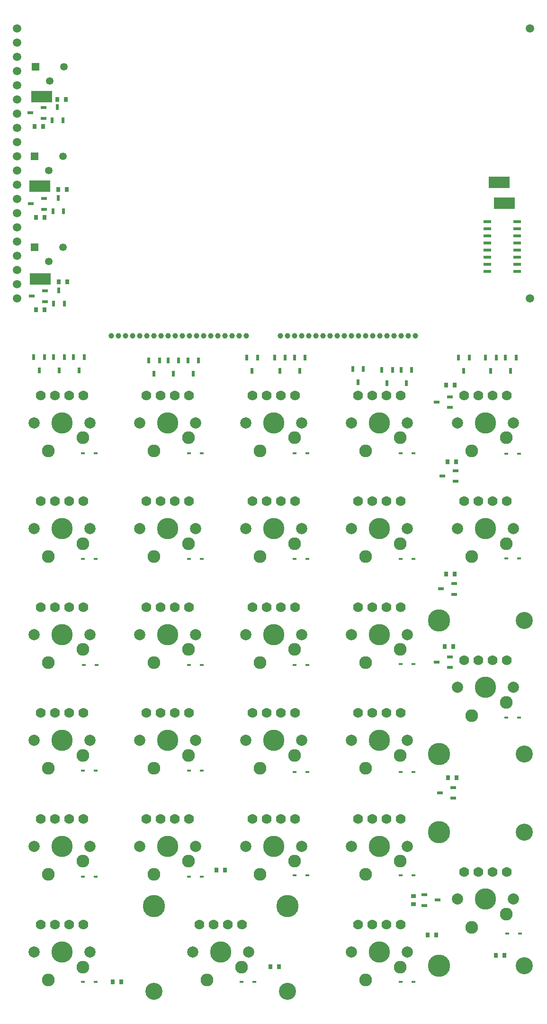
<source format=gbr>
%TF.GenerationSoftware,Altium Limited,Altium Designer,22.7.1 (60)*%
G04 Layer_Color=255*
%FSLAX45Y45*%
%MOMM*%
%TF.SameCoordinates,5A05AA2C-F857-43D8-A6CE-F15CAA79189D*%
%TF.FilePolarity,Positive*%
%TF.FileFunction,Pads,Bot*%
%TF.Part,Single*%
G01*
G75*
%TA.AperFunction,ComponentPad*%
%ADD13R,1.34620X1.34620*%
%ADD14C,1.34620*%
%ADD15C,1.77800*%
%ADD16C,2.28600*%
%ADD17C,3.81000*%
%ADD18C,2.00000*%
%ADD19C,3.98800*%
%ADD20C,3.04800*%
%ADD21C,1.00000*%
%TA.AperFunction,ViaPad*%
%ADD22C,1.50000*%
%TA.AperFunction,SMDPad,CuDef*%
%ADD24R,0.70000X0.90000*%
%ADD25R,0.80000X0.40000*%
%ADD26R,0.90000X0.70000*%
%ADD27R,1.00000X0.60000*%
%ADD28R,0.60000X1.00000*%
%ADD29R,3.80000X2.03000*%
%ADD30R,1.40970X0.50800*%
D13*
X584200Y16827499D02*
D03*
X571500Y13601700D02*
D03*
Y15227299D02*
D03*
D14*
X838200Y16573500D02*
D03*
X1092200Y16827499D02*
D03*
X1079500Y13601700D02*
D03*
X825500Y13347701D02*
D03*
X1079500Y15227299D02*
D03*
X825500Y14973300D02*
D03*
D15*
X8752730Y10950930D02*
D03*
X8244730D02*
D03*
X8498730D02*
D03*
X9006750Y10950910D02*
D03*
Y6220160D02*
D03*
X8498730Y6220180D02*
D03*
X8244730D02*
D03*
X8752730D02*
D03*
X9006750Y2435560D02*
D03*
X8498730Y2435580D02*
D03*
X8244730D02*
D03*
X8752730D02*
D03*
X4021980Y1489430D02*
D03*
X3513980D02*
D03*
X3767980D02*
D03*
X4276000Y1489410D02*
D03*
X1183530Y1489430D02*
D03*
X675530D02*
D03*
X929530D02*
D03*
X1437550Y1489410D02*
D03*
X1183530Y3381730D02*
D03*
X675530D02*
D03*
X929530D02*
D03*
X1437550Y3381710D02*
D03*
X1183530Y5274030D02*
D03*
X675530D02*
D03*
X929530D02*
D03*
X1437550Y5274010D02*
D03*
X1183530Y7166330D02*
D03*
X675530D02*
D03*
X929530D02*
D03*
X1437550Y7166310D02*
D03*
X1183530Y9058630D02*
D03*
X675530D02*
D03*
X929530D02*
D03*
X1437550Y9058610D02*
D03*
X1183530Y10950930D02*
D03*
X675530D02*
D03*
X929530D02*
D03*
X1437550Y10950910D02*
D03*
X7114450D02*
D03*
X6606430Y10950930D02*
D03*
X6352430D02*
D03*
X6860430D02*
D03*
X5222150Y3381710D02*
D03*
X4714130Y3381730D02*
D03*
X4460130D02*
D03*
X4968130D02*
D03*
X7114450Y1489410D02*
D03*
X6606430Y1489430D02*
D03*
X6352430D02*
D03*
X6860430D02*
D03*
X7114450Y3381710D02*
D03*
X6606430Y3381730D02*
D03*
X6352430D02*
D03*
X6860430D02*
D03*
X7114450Y5274010D02*
D03*
X6606430Y5274030D02*
D03*
X6352430D02*
D03*
X6860430D02*
D03*
X5222150Y9058610D02*
D03*
X4714130Y9058630D02*
D03*
X4460130D02*
D03*
X4968130D02*
D03*
X5222150Y10950910D02*
D03*
X4714130Y10950930D02*
D03*
X4460130D02*
D03*
X4968130D02*
D03*
X7114450Y9058610D02*
D03*
X6606430Y9058630D02*
D03*
X6352430D02*
D03*
X6860430D02*
D03*
X7114450Y7166310D02*
D03*
X6606430Y7166330D02*
D03*
X6352430D02*
D03*
X6860430D02*
D03*
X5222150Y7166310D02*
D03*
X4714130Y7166330D02*
D03*
X4460130D02*
D03*
X4968130D02*
D03*
X5222150Y5274010D02*
D03*
X4714130Y5274030D02*
D03*
X4460130D02*
D03*
X4968130D02*
D03*
X9006750Y9058610D02*
D03*
X8498730Y9058630D02*
D03*
X8244730D02*
D03*
X8752730D02*
D03*
X3329850Y7166310D02*
D03*
X2821830Y7166330D02*
D03*
X2567830D02*
D03*
X3075830D02*
D03*
X3329850Y5274010D02*
D03*
X2821830Y5274030D02*
D03*
X2567830D02*
D03*
X3075830D02*
D03*
X3329850Y10950910D02*
D03*
X2821830Y10950930D02*
D03*
X2567830D02*
D03*
X3075830D02*
D03*
X3329850Y3381710D02*
D03*
X2821830Y3381730D02*
D03*
X2567830D02*
D03*
X3075830D02*
D03*
X3329850Y9058610D02*
D03*
X2821830Y9058630D02*
D03*
X2567830D02*
D03*
X3075830D02*
D03*
D16*
X8381930Y9960310D02*
D03*
X8999130Y10194010D02*
D03*
Y5463260D02*
D03*
X8381930Y5229560D02*
D03*
X8999130Y1678660D02*
D03*
X8381930Y1444960D02*
D03*
X3651180Y498810D02*
D03*
X4268380Y732510D02*
D03*
X812730Y498810D02*
D03*
X1429930Y732510D02*
D03*
X812730Y2391110D02*
D03*
X1429930Y2624810D02*
D03*
X812730Y4283410D02*
D03*
X1429930Y4517110D02*
D03*
X812730Y6175710D02*
D03*
X1429930Y6409410D02*
D03*
X812730Y8068010D02*
D03*
X1429930Y8301710D02*
D03*
X812730Y9960310D02*
D03*
X1429930Y10194010D02*
D03*
X7106830D02*
D03*
X6489630Y9960310D02*
D03*
X5214530Y2624810D02*
D03*
X4597330Y2391110D02*
D03*
X7106830Y732510D02*
D03*
X6489630Y498810D02*
D03*
X7106830Y2624810D02*
D03*
X6489630Y2391110D02*
D03*
X7106830Y4517110D02*
D03*
X6489630Y4283410D02*
D03*
X5214530Y8301710D02*
D03*
X4597330Y8068010D02*
D03*
X5214530Y10194010D02*
D03*
X4597330Y9960310D02*
D03*
X7106830Y8301710D02*
D03*
X6489630Y8068010D02*
D03*
X7106830Y6409410D02*
D03*
X6489630Y6175710D02*
D03*
X5214530Y6409410D02*
D03*
X4597330Y6175710D02*
D03*
X5214530Y4517110D02*
D03*
X4597330Y4283410D02*
D03*
X8999130Y8301710D02*
D03*
X8381930Y8068010D02*
D03*
X3322230Y6409410D02*
D03*
X2705030Y6175710D02*
D03*
X3322230Y4517110D02*
D03*
X2705030Y4283410D02*
D03*
X3322230Y10194010D02*
D03*
X2705030Y9960310D02*
D03*
X3322230Y2624810D02*
D03*
X2705030Y2391110D02*
D03*
X3322230Y8301710D02*
D03*
X2705030Y8068010D02*
D03*
D17*
X8627030Y10463230D02*
D03*
Y5732480D02*
D03*
Y1947880D02*
D03*
X3896280Y1001730D02*
D03*
X1057830D02*
D03*
Y2894030D02*
D03*
Y4786330D02*
D03*
Y6678630D02*
D03*
Y8570930D02*
D03*
Y10463230D02*
D03*
X6734730D02*
D03*
X4842430Y2894030D02*
D03*
X6734730Y1001730D02*
D03*
Y2894030D02*
D03*
Y4786330D02*
D03*
X4842430Y8570930D02*
D03*
Y10463230D02*
D03*
X6734730Y8570930D02*
D03*
Y6678630D02*
D03*
X4842430D02*
D03*
Y4786330D02*
D03*
X8627030Y8570930D02*
D03*
X2950130Y6678630D02*
D03*
Y4786330D02*
D03*
Y10463230D02*
D03*
Y2894030D02*
D03*
Y8570930D02*
D03*
D18*
X9126140Y10463230D02*
D03*
X8127930D02*
D03*
Y5732480D02*
D03*
X9126140D02*
D03*
X8127930Y1947880D02*
D03*
X9126140D02*
D03*
X4395390Y1001730D02*
D03*
X3397180D02*
D03*
X1556940D02*
D03*
X558730D02*
D03*
X1556940Y2894030D02*
D03*
X558730D02*
D03*
X1556940Y4786330D02*
D03*
X558730D02*
D03*
X1556940Y6678630D02*
D03*
X558730D02*
D03*
X1556940Y8570930D02*
D03*
X558730D02*
D03*
X1556940Y10463230D02*
D03*
X558730D02*
D03*
X6235630D02*
D03*
X7233840D02*
D03*
X4343330Y2894030D02*
D03*
X5341540D02*
D03*
X6235630Y1001730D02*
D03*
X7233840D02*
D03*
X6235630Y2894030D02*
D03*
X7233840D02*
D03*
X6235630Y4786330D02*
D03*
X7233840D02*
D03*
X4343330Y8570930D02*
D03*
X5341540D02*
D03*
X4343330Y10463230D02*
D03*
X5341540D02*
D03*
X6235630Y8570930D02*
D03*
X7233840D02*
D03*
X6235630Y6678630D02*
D03*
X7233840D02*
D03*
X4343330D02*
D03*
X5341540D02*
D03*
X4343330Y4786330D02*
D03*
X5341540D02*
D03*
X8127930Y8570930D02*
D03*
X9126140D02*
D03*
X2451030Y6678630D02*
D03*
X3449240D02*
D03*
X2451030Y4786330D02*
D03*
X3449240D02*
D03*
X2451030Y10463230D02*
D03*
X3449240D02*
D03*
X2451030Y2894030D02*
D03*
X3449240D02*
D03*
X2451030Y8570930D02*
D03*
X3449240D02*
D03*
D19*
X7801530Y6926280D02*
D03*
Y4538680D02*
D03*
Y3141680D02*
D03*
Y754080D02*
D03*
X2702480Y1827230D02*
D03*
X5090080D02*
D03*
D20*
X9325530Y6926280D02*
D03*
Y4538680D02*
D03*
Y3141680D02*
D03*
Y754080D02*
D03*
X2702480Y303230D02*
D03*
X5090080D02*
D03*
D21*
X7378700Y12014200D02*
D03*
X7251700D02*
D03*
X7124700D02*
D03*
X6997700D02*
D03*
X6870700D02*
D03*
X6743700D02*
D03*
X6616700D02*
D03*
X6489700D02*
D03*
X6362700D02*
D03*
X6235700D02*
D03*
X6108700D02*
D03*
X5981700D02*
D03*
X5854700D02*
D03*
X5727700D02*
D03*
X5600700D02*
D03*
X5473700D02*
D03*
X5346700D02*
D03*
X5219700D02*
D03*
X5092700D02*
D03*
X4965700D02*
D03*
X4356100D02*
D03*
X4229100D02*
D03*
X4102100D02*
D03*
X3975100D02*
D03*
X3848100D02*
D03*
X3721100D02*
D03*
X3594100D02*
D03*
X3467100D02*
D03*
X3340100D02*
D03*
X3213100D02*
D03*
X3086100D02*
D03*
X2959100D02*
D03*
X2832100D02*
D03*
X2705100D02*
D03*
X2578100D02*
D03*
X2451100D02*
D03*
X2324100D02*
D03*
X2197100D02*
D03*
X2070100D02*
D03*
X1943100D02*
D03*
D22*
X259000Y12685300D02*
D03*
Y12939301D02*
D03*
Y13193300D02*
D03*
Y13447301D02*
D03*
Y13701300D02*
D03*
Y13955299D02*
D03*
Y14209300D02*
D03*
Y14463300D02*
D03*
Y14717300D02*
D03*
Y14971300D02*
D03*
Y15225301D02*
D03*
Y15479300D02*
D03*
Y15733299D02*
D03*
Y15987300D02*
D03*
Y16241299D02*
D03*
Y16495300D02*
D03*
Y16749300D02*
D03*
X9425860Y12685300D02*
D03*
Y17511301D02*
D03*
X259000Y17003300D02*
D03*
Y17257300D02*
D03*
Y17511301D02*
D03*
D24*
X4789100Y736600D02*
D03*
X4939100D02*
D03*
X1969700Y469900D02*
D03*
X2119700D02*
D03*
X3823900Y2463800D02*
D03*
X3973900D02*
D03*
X7595800Y1308100D02*
D03*
X7745800D02*
D03*
X8814999Y939800D02*
D03*
X8964999D02*
D03*
X8114100Y4114800D02*
D03*
X7964100D02*
D03*
X7951400Y9766300D02*
D03*
X8101400D02*
D03*
X7926000Y11137900D02*
D03*
X8076000D02*
D03*
X1129100Y16243300D02*
D03*
X979100D02*
D03*
X722700Y15760699D02*
D03*
X572700D02*
D03*
X1154500Y12979401D02*
D03*
X1004500D02*
D03*
X1140600Y14630400D02*
D03*
X990600D02*
D03*
X748100Y14135100D02*
D03*
X598100D02*
D03*
X748100Y12484100D02*
D03*
X598100D02*
D03*
X8050600Y6464300D02*
D03*
X7900600D02*
D03*
X8076000Y7759700D02*
D03*
X7926000D02*
D03*
D25*
X3326700Y2349731D02*
D03*
X3556700D02*
D03*
X1434400Y4242031D02*
D03*
X1664400D02*
D03*
X7111300Y8026631D02*
D03*
X7341300D02*
D03*
X5219000D02*
D03*
X5449000D02*
D03*
X3326700D02*
D03*
X3556700D02*
D03*
X1434400D02*
D03*
X1664400D02*
D03*
X1434400Y9918931D02*
D03*
X1664400D02*
D03*
X3326700D02*
D03*
X3556700D02*
D03*
X5219000D02*
D03*
X5449000D02*
D03*
X7111300D02*
D03*
X7341300D02*
D03*
X9003600Y9906231D02*
D03*
X9233600D02*
D03*
X1677100Y6134331D02*
D03*
X1447100D02*
D03*
X7341300Y6147031D02*
D03*
X7111300D02*
D03*
X5449000Y6134331D02*
D03*
X5219000D02*
D03*
X3556700D02*
D03*
X3326700D02*
D03*
X1664400Y2349731D02*
D03*
X1434400D02*
D03*
X5449000Y2375131D02*
D03*
X5219000D02*
D03*
X4496500Y470131D02*
D03*
X4266500D02*
D03*
X1664400D02*
D03*
X1434400D02*
D03*
X7341300Y2375131D02*
D03*
X7111300D02*
D03*
X7341300Y470131D02*
D03*
X7111300D02*
D03*
X9246300Y1333731D02*
D03*
X9016300D02*
D03*
X9233600Y8039331D02*
D03*
X9003600D02*
D03*
X9233600Y5194531D02*
D03*
X9003600D02*
D03*
X7341300Y4216631D02*
D03*
X7111300D02*
D03*
X5449000D02*
D03*
X5219000D02*
D03*
X3556700Y4242031D02*
D03*
X3326700D02*
D03*
D26*
X7340600Y2004200D02*
D03*
Y1854200D02*
D03*
D27*
X7778100Y1930400D02*
D03*
X7538100Y2025400D02*
D03*
Y1835400D02*
D03*
X7817500Y3848100D02*
D03*
X8057500Y3753100D02*
D03*
Y3943100D02*
D03*
X7754000Y6184900D02*
D03*
X7994000Y6089900D02*
D03*
Y6279900D02*
D03*
X7830200Y7493000D02*
D03*
X8070200Y7398000D02*
D03*
Y7588000D02*
D03*
X7855600Y9512300D02*
D03*
X8095600Y9417300D02*
D03*
Y9607300D02*
D03*
X7754000Y10833100D02*
D03*
X7994000Y10738100D02*
D03*
Y10928100D02*
D03*
X729600Y16097000D02*
D03*
Y15907001D02*
D03*
X489600Y16002000D02*
D03*
X755000Y12820399D02*
D03*
Y12630400D02*
D03*
X515000Y12725400D02*
D03*
X742300Y14471400D02*
D03*
Y14281400D02*
D03*
X502300Y14376401D02*
D03*
D28*
X9080500Y11386200D02*
D03*
X9175500Y11626200D02*
D03*
X8985500D02*
D03*
X7213600Y11170300D02*
D03*
X7308600Y11410300D02*
D03*
X7118600D02*
D03*
X5308600Y11386200D02*
D03*
X5403600Y11626200D02*
D03*
X5213600D02*
D03*
X3403600Y11335400D02*
D03*
X3498600Y11575400D02*
D03*
X3308600D02*
D03*
X1361001Y11398900D02*
D03*
X1456000Y11638900D02*
D03*
X1266001D02*
D03*
X1072900Y15869299D02*
D03*
X882900D02*
D03*
X977900Y16109300D02*
D03*
X1098300Y12592700D02*
D03*
X908300D02*
D03*
X1003300Y12832700D02*
D03*
X1085600Y14243700D02*
D03*
X895600D02*
D03*
X990600Y14483701D02*
D03*
X8629900Y11626200D02*
D03*
X8819900D02*
D03*
X8724900Y11386200D02*
D03*
X8147300Y11626200D02*
D03*
X8337300D02*
D03*
X8242300Y11386200D02*
D03*
X6775700Y11410300D02*
D03*
X6965700D02*
D03*
X6870700Y11170300D02*
D03*
X6255000Y11423000D02*
D03*
X6445000D02*
D03*
X6350000Y11183000D02*
D03*
X4362700Y11626200D02*
D03*
X4552700D02*
D03*
X4457700Y11386200D02*
D03*
X4858000Y11626200D02*
D03*
X5048000D02*
D03*
X4953000Y11386200D02*
D03*
X2610100Y11575400D02*
D03*
X2800100D02*
D03*
X2705100Y11335400D02*
D03*
X2953000Y11575400D02*
D03*
X3143000D02*
D03*
X3048000Y11335400D02*
D03*
X910401Y11638900D02*
D03*
X1100400D02*
D03*
X1005401Y11398900D02*
D03*
X554801Y11638900D02*
D03*
X744800D02*
D03*
X649801Y11398900D02*
D03*
D29*
X698500Y16294099D02*
D03*
X8966200Y14389101D02*
D03*
X8877300Y14757401D02*
D03*
X660400Y14693900D02*
D03*
X673100Y13030200D02*
D03*
D30*
X9193530Y13169901D02*
D03*
Y13296899D02*
D03*
Y13423900D02*
D03*
Y13550900D02*
D03*
Y13677901D02*
D03*
Y13804900D02*
D03*
Y13931900D02*
D03*
Y14058900D02*
D03*
X8661400D02*
D03*
Y13931900D02*
D03*
Y13804900D02*
D03*
Y13677901D02*
D03*
Y13550900D02*
D03*
Y13423900D02*
D03*
Y13296899D02*
D03*
Y13169901D02*
D03*
%TF.MD5,62b17835f27a1fa341630b7d447851a3*%
M02*

</source>
